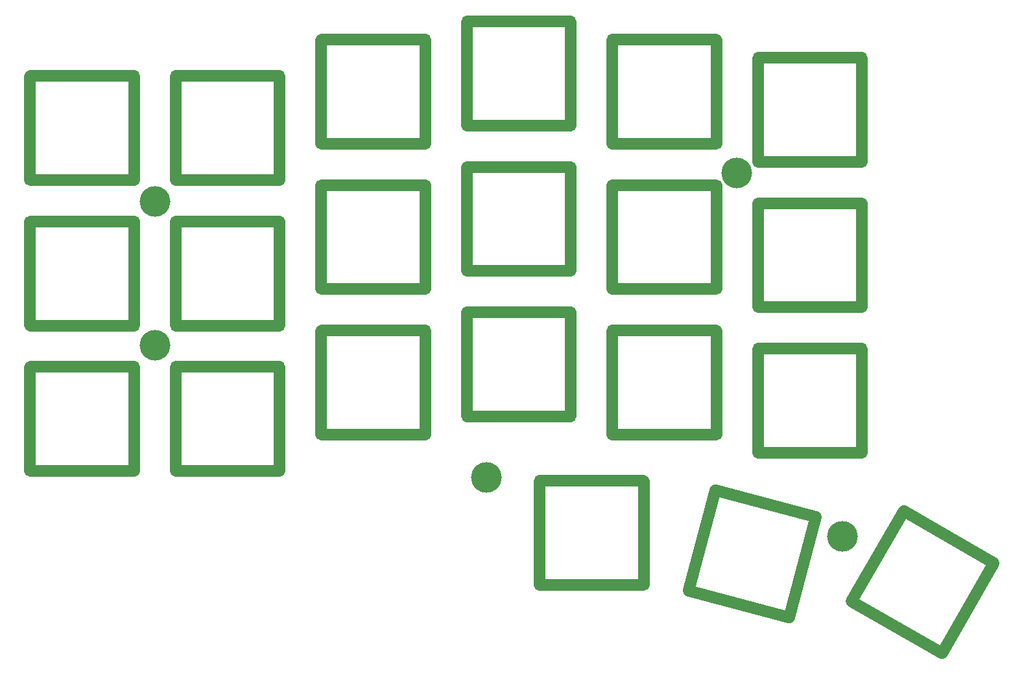
<source format=gbr>
G04 #@! TF.GenerationSoftware,KiCad,Pcbnew,5.1.5+dfsg1-2~bpo10+1*
G04 #@! TF.CreationDate,2020-09-05T13:18:23+00:00*
G04 #@! TF.ProjectId,corne-top-plate,636f726e-652d-4746-9f70-2d706c617465,2.1*
G04 #@! TF.SameCoordinates,Original*
G04 #@! TF.FileFunction,Copper,L2,Bot*
G04 #@! TF.FilePolarity,Positive*
%FSLAX46Y46*%
G04 Gerber Fmt 4.6, Leading zero omitted, Abs format (unit mm)*
G04 Created by KiCad (PCBNEW 5.1.5+dfsg1-2~bpo10+1) date 2020-09-05 13:18:23*
%MOMM*%
%LPD*%
G04 APERTURE LIST*
%ADD10C,0.500000*%
%ADD11C,4.000000*%
%ADD12C,1.500000*%
%ADD13O,1.500000X15.000000*%
%ADD14O,15.000000X1.500000*%
%ADD15C,0.350000*%
%ADD16C,0.500000*%
%ADD17O,0.500000X14.000000*%
%ADD18O,14.000000X0.500000*%
G04 APERTURE END LIST*
D10*
X123810000Y-121690000D03*
X121690000Y-121690000D03*
X121690000Y-123810000D03*
X123810000Y-123810000D03*
X122750000Y-121250000D03*
X122750000Y-124250000D03*
X121250000Y-122750000D03*
X124250000Y-122750000D03*
D11*
X122750000Y-122750000D03*
D10*
X170310000Y-129440000D03*
X168190000Y-129440000D03*
X168190000Y-131560000D03*
X170310000Y-131560000D03*
X169250000Y-129000000D03*
X169250000Y-132000000D03*
X167750000Y-130500000D03*
X170750000Y-130500000D03*
D11*
X169250000Y-130500000D03*
D10*
X80560000Y-104440000D03*
X78440000Y-104440000D03*
X78440000Y-106560000D03*
X80560000Y-106560000D03*
X79500000Y-104000000D03*
X79500000Y-107000000D03*
X78000000Y-105500000D03*
X81000000Y-105500000D03*
D11*
X79500000Y-105500000D03*
D10*
X156560000Y-81940000D03*
X154440000Y-81940000D03*
X154440000Y-84060000D03*
X156560000Y-84060000D03*
X155500000Y-81500000D03*
X155500000Y-84500000D03*
X154000000Y-83000000D03*
X157000000Y-83000000D03*
D11*
X155500000Y-83000000D03*
D10*
X80560000Y-85690000D03*
X78440000Y-85690000D03*
X78440000Y-87810000D03*
X80560000Y-87810000D03*
X79500000Y-85250000D03*
X79500000Y-88250000D03*
X78000000Y-86750000D03*
X81000000Y-86750000D03*
D11*
X79500000Y-86750000D03*
D12*
X189013973Y-134039329D02*
X182263973Y-145730671D01*
X177236027Y-127239329D02*
X170486027Y-138930671D01*
X170504329Y-138998973D02*
X182195671Y-145748973D01*
X177304329Y-127221027D02*
X188995671Y-133971027D01*
X152731971Y-124428675D02*
X165771969Y-127922733D01*
X149212031Y-137565267D02*
X162252029Y-141059325D01*
X152670733Y-124464031D02*
X149176675Y-137504029D01*
X165807325Y-127983971D02*
X162313267Y-141023969D01*
D13*
X143330000Y-130035000D03*
X129730000Y-130035000D03*
D14*
X136530000Y-136835000D03*
X136530000Y-123235000D03*
D13*
X171810000Y-112750000D03*
X158210000Y-112750000D03*
D14*
X165010000Y-119550000D03*
X165010000Y-105950000D03*
D13*
X171810000Y-74750000D03*
X158210000Y-74750000D03*
D14*
X165010000Y-81550000D03*
X165010000Y-67950000D03*
X165010000Y-86950000D03*
X165010000Y-100550000D03*
D13*
X158210000Y-93750000D03*
X171810000Y-93750000D03*
X152810000Y-91375000D03*
X139210000Y-91375000D03*
D14*
X146010000Y-98175000D03*
X146010000Y-84575000D03*
X146010000Y-65575000D03*
X146010000Y-79175000D03*
D13*
X139210000Y-72375000D03*
X152810000Y-72375000D03*
D14*
X146010000Y-103575000D03*
X146010000Y-117175000D03*
D13*
X139210000Y-110375000D03*
X152810000Y-110375000D03*
D14*
X127010000Y-82200000D03*
X127010000Y-95800000D03*
D13*
X120210000Y-89000000D03*
X133810000Y-89000000D03*
X133810000Y-108000000D03*
X120210000Y-108000000D03*
D14*
X127010000Y-114800000D03*
X127010000Y-101200000D03*
D13*
X133810000Y-70000000D03*
X120210000Y-70000000D03*
D14*
X127010000Y-76800000D03*
X127010000Y-63200000D03*
D13*
X114810000Y-91375000D03*
X101210000Y-91375000D03*
D14*
X108010000Y-98175000D03*
X108010000Y-84575000D03*
X108010000Y-103575000D03*
X108010000Y-117175000D03*
D13*
X101210000Y-110375000D03*
X114810000Y-110375000D03*
D14*
X108010000Y-65575000D03*
X108010000Y-79175000D03*
D13*
X101210000Y-72375000D03*
X114810000Y-72375000D03*
D14*
X89010000Y-89325000D03*
X89010000Y-102925000D03*
D13*
X82210000Y-96125000D03*
X95810000Y-96125000D03*
X95810000Y-115125000D03*
X82210000Y-115125000D03*
D14*
X89010000Y-121925000D03*
X89010000Y-108325000D03*
D13*
X95810000Y-77125000D03*
X82210000Y-77125000D03*
D14*
X89010000Y-83925000D03*
X89010000Y-70325000D03*
X70010000Y-108325000D03*
X70010000Y-121925000D03*
D13*
X63210000Y-115125000D03*
X76810000Y-115125000D03*
X76810000Y-96125000D03*
X63210000Y-96125000D03*
D14*
X70010000Y-102925000D03*
X70010000Y-89325000D03*
X70010000Y-70325000D03*
X70010000Y-83925000D03*
D13*
X63210000Y-77125000D03*
X76810000Y-77125000D03*
D15*
X123810000Y-121690000D03*
X121690000Y-121690000D03*
X121690000Y-123810000D03*
X123810000Y-123810000D03*
X122750000Y-121250000D03*
X122750000Y-124250000D03*
X121250000Y-122750000D03*
X124250000Y-122750000D03*
X122750000Y-122750000D03*
X170310000Y-129440000D03*
X168190000Y-129440000D03*
X168190000Y-131560000D03*
X170310000Y-131560000D03*
X169250000Y-129000000D03*
X169250000Y-132000000D03*
X167750000Y-130500000D03*
X170750000Y-130500000D03*
X169250000Y-130500000D03*
X80560000Y-104440000D03*
X78440000Y-104440000D03*
X78440000Y-106560000D03*
X80560000Y-106560000D03*
X79500000Y-104000000D03*
X79500000Y-107000000D03*
X78000000Y-105500000D03*
X81000000Y-105500000D03*
X79500000Y-105500000D03*
X156560000Y-81940000D03*
X154440000Y-81940000D03*
X154440000Y-84060000D03*
X156560000Y-84060000D03*
X155500000Y-81500000D03*
X155500000Y-84500000D03*
X154000000Y-83000000D03*
X157000000Y-83000000D03*
X155500000Y-83000000D03*
X80560000Y-85690000D03*
X78440000Y-85690000D03*
X78440000Y-87810000D03*
X80560000Y-87810000D03*
X79500000Y-85250000D03*
X79500000Y-88250000D03*
X78000000Y-86750000D03*
X81000000Y-86750000D03*
X79500000Y-86750000D03*
D16*
X189013973Y-134039329D02*
X182263973Y-145730671D01*
X177236027Y-127239329D02*
X170486027Y-138930671D01*
X170504329Y-138998973D02*
X182195671Y-145748973D01*
X177304329Y-127221027D02*
X188995671Y-133971027D01*
X152731971Y-124428675D02*
X165771969Y-127922733D01*
X149212031Y-137565267D02*
X162252029Y-141059325D01*
X152670733Y-124464031D02*
X149176675Y-137504029D01*
X165807325Y-127983971D02*
X162313267Y-141023969D01*
D17*
X143330000Y-130035000D03*
X129730000Y-130035000D03*
D18*
X136530000Y-136835000D03*
X136530000Y-123235000D03*
D17*
X171810000Y-112750000D03*
X158210000Y-112750000D03*
D18*
X165010000Y-119550000D03*
X165010000Y-105950000D03*
D17*
X171810000Y-74750000D03*
X158210000Y-74750000D03*
D18*
X165010000Y-81550000D03*
X165010000Y-67950000D03*
X165010000Y-86950000D03*
X165010000Y-100550000D03*
D17*
X158210000Y-93750000D03*
X171810000Y-93750000D03*
X152810000Y-91375000D03*
X139210000Y-91375000D03*
D18*
X146010000Y-98175000D03*
X146010000Y-84575000D03*
X146010000Y-65575000D03*
X146010000Y-79175000D03*
D17*
X139210000Y-72375000D03*
X152810000Y-72375000D03*
D18*
X146010000Y-103575000D03*
X146010000Y-117175000D03*
D17*
X139210000Y-110375000D03*
X152810000Y-110375000D03*
D18*
X127010000Y-82200000D03*
X127010000Y-95800000D03*
D17*
X120210000Y-89000000D03*
X133810000Y-89000000D03*
X133810000Y-108000000D03*
X120210000Y-108000000D03*
D18*
X127010000Y-114800000D03*
X127010000Y-101200000D03*
D17*
X133810000Y-70000000D03*
X120210000Y-70000000D03*
D18*
X127010000Y-76800000D03*
X127010000Y-63200000D03*
D17*
X114810000Y-91375000D03*
X101210000Y-91375000D03*
D18*
X108010000Y-98175000D03*
X108010000Y-84575000D03*
X108010000Y-103575000D03*
X108010000Y-117175000D03*
D17*
X101210000Y-110375000D03*
X114810000Y-110375000D03*
D18*
X108010000Y-65575000D03*
X108010000Y-79175000D03*
D17*
X101210000Y-72375000D03*
X114810000Y-72375000D03*
D18*
X89010000Y-89325000D03*
X89010000Y-102925000D03*
D17*
X82210000Y-96125000D03*
X95810000Y-96125000D03*
X95810000Y-115125000D03*
X82210000Y-115125000D03*
D18*
X89010000Y-121925000D03*
X89010000Y-108325000D03*
D17*
X95810000Y-77125000D03*
X82210000Y-77125000D03*
D18*
X89010000Y-83925000D03*
X89010000Y-70325000D03*
X70010000Y-108325000D03*
X70010000Y-121925000D03*
D17*
X63210000Y-115125000D03*
X76810000Y-115125000D03*
X76810000Y-96125000D03*
X63210000Y-96125000D03*
D18*
X70010000Y-102925000D03*
X70010000Y-89325000D03*
X70010000Y-70325000D03*
X70010000Y-83925000D03*
D17*
X63210000Y-77125000D03*
X76810000Y-77125000D03*
M02*

</source>
